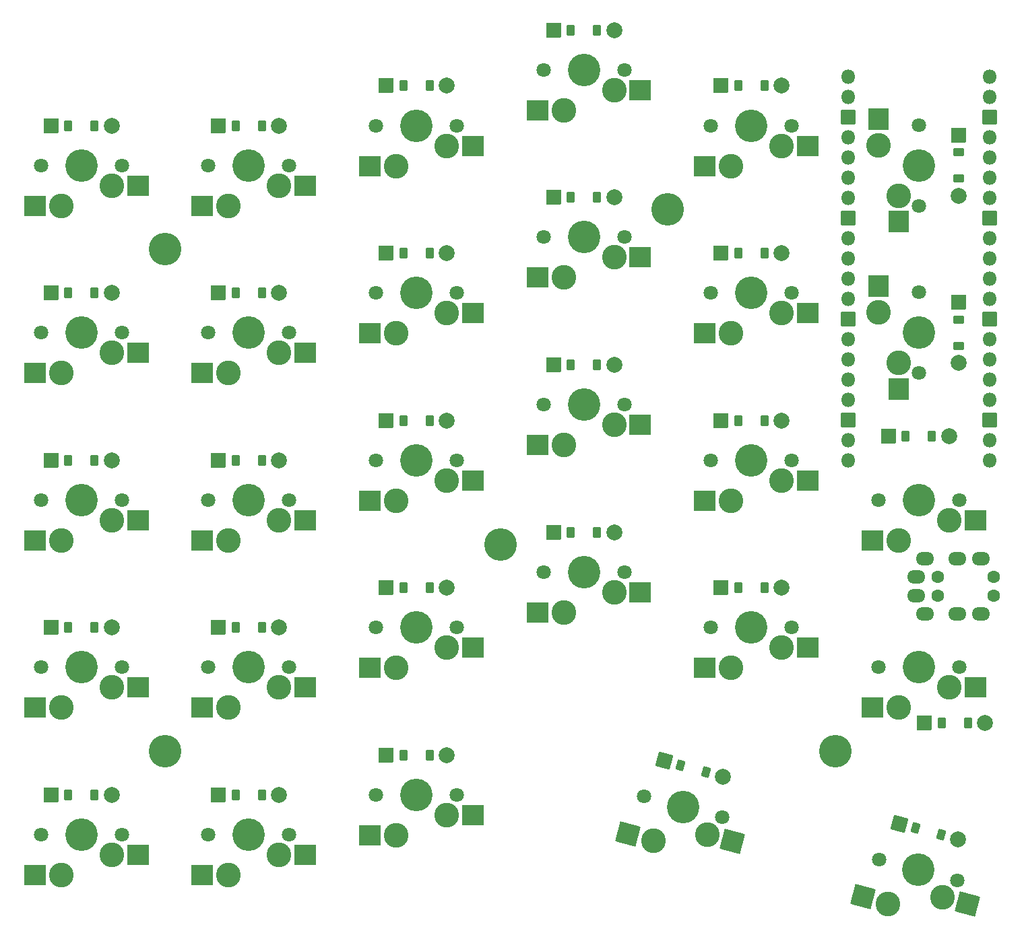
<source format=gbr>
%TF.GenerationSoftware,KiCad,Pcbnew,9.0.3-1.fc42*%
%TF.CreationDate,2025-08-09T15:12:39+02:00*%
%TF.ProjectId,left_traced,6c656674-5f74-4726-9163-65642e6b6963,v1.0.0*%
%TF.SameCoordinates,Original*%
%TF.FileFunction,Soldermask,Bot*%
%TF.FilePolarity,Negative*%
%FSLAX46Y46*%
G04 Gerber Fmt 4.6, Leading zero omitted, Abs format (unit mm)*
G04 Created by KiCad (PCBNEW 9.0.3-1.fc42) date 2025-08-09 15:12:39*
%MOMM*%
%LPD*%
G01*
G04 APERTURE LIST*
G04 Aperture macros list*
%AMRoundRect*
0 Rectangle with rounded corners*
0 $1 Rounding radius*
0 $2 $3 $4 $5 $6 $7 $8 $9 X,Y pos of 4 corners*
0 Add a 4 corners polygon primitive as box body*
4,1,4,$2,$3,$4,$5,$6,$7,$8,$9,$2,$3,0*
0 Add four circle primitives for the rounded corners*
1,1,$1+$1,$2,$3*
1,1,$1+$1,$4,$5*
1,1,$1+$1,$6,$7*
1,1,$1+$1,$8,$9*
0 Add four rect primitives between the rounded corners*
20,1,$1+$1,$2,$3,$4,$5,0*
20,1,$1+$1,$4,$5,$6,$7,0*
20,1,$1+$1,$6,$7,$8,$9,0*
20,1,$1+$1,$8,$9,$2,$3,0*%
G04 Aperture macros list end*
%ADD10C,1.801800*%
%ADD11C,3.100000*%
%ADD12C,4.087800*%
%ADD13RoundRect,0.050000X1.275000X1.250000X-1.275000X1.250000X-1.275000X-1.250000X1.275000X-1.250000X0*%
%ADD14RoundRect,0.050000X-0.889000X-0.889000X0.889000X-0.889000X0.889000X0.889000X-0.889000X0.889000X0*%
%ADD15RoundRect,0.050000X-0.450000X-0.600000X0.450000X-0.600000X0.450000X0.600000X-0.450000X0.600000X0*%
%ADD16C,2.005000*%
%ADD17RoundRect,0.050000X-1.088798X-0.628618X0.628618X-1.088798X1.088798X0.628618X-0.628618X1.088798X0*%
%ADD18RoundRect,0.050000X-0.589958X-0.463087X0.279375X-0.696024X0.589958X0.463087X-0.279375X0.696024X0*%
%ADD19C,4.100000*%
%ADD20C,1.600000*%
%ADD21O,2.300000X1.700000*%
%ADD22RoundRect,0.050000X-0.889000X0.889000X-0.889000X-0.889000X0.889000X-0.889000X0.889000X0.889000X0*%
%ADD23RoundRect,0.050000X-0.600000X0.450000X-0.600000X-0.450000X0.600000X-0.450000X0.600000X0.450000X0*%
%ADD24RoundRect,0.050000X1.250000X-1.275000X1.250000X1.275000X-1.250000X1.275000X-1.250000X-1.275000X0*%
%ADD25RoundRect,0.050000X1.555079X0.877413X-0.908032X1.537402X-1.555079X-0.877413X0.908032X-1.537402X0*%
%ADD26O,1.800000X1.800000*%
%ADD27RoundRect,0.050000X-0.850000X-0.850000X0.850000X-0.850000X0.850000X0.850000X-0.850000X0.850000X0*%
G04 APERTURE END LIST*
D10*
%TO.C,S24*%
X102430000Y-136850000D03*
D11*
X101160000Y-139390000D03*
D12*
X97350000Y-136850000D03*
D11*
X94810000Y-141930000D03*
D10*
X92270000Y-136850000D03*
D13*
X104435000Y-139390000D03*
X91508000Y-141930000D03*
%TD*%
D14*
%TO.C,D22*%
X93540000Y-131850000D03*
D15*
X95700000Y-131850000D03*
X99000000Y-131850000D03*
D16*
X101160000Y-131850000D03*
%TD*%
D14*
%TO.C,D8*%
X156690000Y-98800000D03*
D15*
X158850000Y-98800000D03*
X162150000Y-98800000D03*
D16*
X164310000Y-98800000D03*
%TD*%
D10*
%TO.C,S18*%
X123480000Y-157900000D03*
D11*
X122210000Y-160440000D03*
D12*
X118400000Y-157900000D03*
D11*
X115860000Y-162980000D03*
D10*
X113320000Y-157900000D03*
D13*
X125485000Y-160440000D03*
X112558000Y-162980000D03*
%TD*%
D14*
%TO.C,D18*%
X114590000Y-110800000D03*
D15*
X116750000Y-110800000D03*
X120050000Y-110800000D03*
D16*
X122210000Y-110800000D03*
%TD*%
D14*
%TO.C,D10*%
X135640000Y-168950000D03*
D15*
X137800000Y-168950000D03*
X141100000Y-168950000D03*
D16*
X143260000Y-168950000D03*
%TD*%
D17*
%TO.C,D25*%
X170585736Y-190700877D03*
D18*
X172672135Y-191259929D03*
X175859691Y-192114029D03*
D16*
X177946090Y-192673081D03*
%TD*%
D19*
%TO.C,*%
X107875000Y-189475000D03*
%TD*%
D14*
%TO.C,D12*%
X135640000Y-126850000D03*
D15*
X137800000Y-126850000D03*
X141100000Y-126850000D03*
D16*
X143260000Y-126850000D03*
%TD*%
D14*
%TO.C,D14*%
X114590000Y-195000000D03*
D15*
X116750000Y-195000000D03*
X120050000Y-195000000D03*
D16*
X122210000Y-195000000D03*
%TD*%
D10*
%TO.C,S1*%
X207680000Y-178950000D03*
D11*
X206410000Y-181490000D03*
D12*
X202600000Y-178950000D03*
D11*
X200060000Y-184030000D03*
D10*
X197520000Y-178950000D03*
D13*
X209685000Y-181490000D03*
X196758000Y-184030000D03*
%TD*%
D14*
%TO.C,D6*%
X156690000Y-140900000D03*
D15*
X158850000Y-140900000D03*
X162150000Y-140900000D03*
D16*
X164310000Y-140900000D03*
%TD*%
D14*
%TO.C,D19*%
X93540000Y-195000000D03*
D15*
X95700000Y-195000000D03*
X99000000Y-195000000D03*
D16*
X101160000Y-195000000D03*
%TD*%
D14*
%TO.C,D16*%
X114590000Y-152900000D03*
D15*
X116750000Y-152900000D03*
X120050000Y-152900000D03*
D16*
X122210000Y-152900000D03*
%TD*%
D14*
%TO.C,D20*%
X93540000Y-173950000D03*
D15*
X95700000Y-173950000D03*
X99000000Y-173950000D03*
D16*
X101160000Y-173950000D03*
%TD*%
D17*
%TO.C,D24*%
X200118918Y-198614269D03*
D18*
X202205317Y-199173321D03*
X205392873Y-200027421D03*
D16*
X207479272Y-200586473D03*
%TD*%
D10*
%TO.C,S9*%
X165580000Y-124850000D03*
D11*
X164310000Y-127390000D03*
D12*
X160500000Y-124850000D03*
D11*
X157960000Y-129930000D03*
D10*
X155420000Y-124850000D03*
D13*
X167585000Y-127390000D03*
X154658000Y-129930000D03*
%TD*%
D10*
%TO.C,S17*%
X123480000Y-178950000D03*
D11*
X122210000Y-181490000D03*
D12*
X118400000Y-178950000D03*
D11*
X115860000Y-184030000D03*
D10*
X113320000Y-178950000D03*
D13*
X125485000Y-181490000D03*
X112558000Y-184030000D03*
%TD*%
D14*
%TO.C,D29*%
X203290000Y-185950000D03*
D15*
X205450000Y-185950000D03*
X208750000Y-185950000D03*
D16*
X210910000Y-185950000D03*
%TD*%
D10*
%TO.C,S4*%
X186630000Y-152900000D03*
D11*
X185360000Y-155440000D03*
D12*
X181550000Y-152900000D03*
D11*
X179010000Y-157980000D03*
D10*
X176470000Y-152900000D03*
D13*
X188635000Y-155440000D03*
X175708000Y-157980000D03*
%TD*%
D10*
%TO.C,S3*%
X186630000Y-173950000D03*
D11*
X185360000Y-176490000D03*
D12*
X181550000Y-173950000D03*
D11*
X179010000Y-179030000D03*
D10*
X176470000Y-173950000D03*
D13*
X188635000Y-176490000D03*
X175708000Y-179030000D03*
%TD*%
D14*
%TO.C,D21*%
X93540000Y-152900000D03*
D15*
X95700000Y-152900000D03*
X99000000Y-152900000D03*
D16*
X101160000Y-152900000D03*
%TD*%
D20*
%TO.C,TRRS1*%
X212000000Y-167600000D03*
X205000000Y-167600000D03*
X212000000Y-169900000D03*
X205000000Y-169900000D03*
D21*
X202300000Y-167600000D03*
X202300000Y-169900000D03*
X203400000Y-165300000D03*
X203400000Y-172200000D03*
X207400000Y-165300000D03*
X207400000Y-172200000D03*
X210400000Y-165300000D03*
X210400000Y-172200000D03*
%TD*%
D14*
%TO.C,D28*%
X198790000Y-149900000D03*
D15*
X200950000Y-149900000D03*
X204250000Y-149900000D03*
D16*
X206410000Y-149900000D03*
%TD*%
D14*
%TO.C,D3*%
X177740000Y-126850000D03*
D15*
X179900000Y-126850000D03*
X183200000Y-126850000D03*
D16*
X185360000Y-126850000D03*
%TD*%
D10*
%TO.C,S15*%
X144530000Y-110800000D03*
D11*
X143260000Y-113340000D03*
D12*
X139450000Y-110800000D03*
D11*
X136910000Y-115880000D03*
D10*
X134370000Y-110800000D03*
D13*
X146535000Y-113340000D03*
X133608000Y-115880000D03*
%TD*%
D10*
%TO.C,S11*%
X144530000Y-195000000D03*
D11*
X143260000Y-197540000D03*
D12*
X139450000Y-195000000D03*
D11*
X136910000Y-200080000D03*
D10*
X134370000Y-195000000D03*
D13*
X146535000Y-197540000D03*
X133608000Y-200080000D03*
%TD*%
D14*
%TO.C,D11*%
X135640000Y-147900000D03*
D15*
X137800000Y-147900000D03*
X141100000Y-147900000D03*
D16*
X143260000Y-147900000D03*
%TD*%
D10*
%TO.C,S22*%
X102430000Y-178950000D03*
D11*
X101160000Y-181490000D03*
D12*
X97350000Y-178950000D03*
D11*
X94810000Y-184030000D03*
D10*
X92270000Y-178950000D03*
D13*
X104435000Y-181490000D03*
X91508000Y-184030000D03*
%TD*%
D22*
%TO.C,D26*%
X207600000Y-133040000D03*
D23*
X207600000Y-135200000D03*
X207600000Y-138500000D03*
D16*
X207600000Y-140660000D03*
%TD*%
D14*
%TO.C,D15*%
X114590000Y-173950000D03*
D15*
X116750000Y-173950000D03*
X120050000Y-173950000D03*
D16*
X122210000Y-173950000D03*
%TD*%
D10*
%TO.C,S12*%
X144530000Y-173950000D03*
D11*
X143260000Y-176490000D03*
D12*
X139450000Y-173950000D03*
D11*
X136910000Y-179030000D03*
D10*
X134370000Y-173950000D03*
D13*
X146535000Y-176490000D03*
X133608000Y-179030000D03*
%TD*%
D19*
%TO.C,*%
X192075000Y-189475000D03*
%TD*%
D14*
%TO.C,D13*%
X135640000Y-105800000D03*
D15*
X137800000Y-105800000D03*
X141100000Y-105800000D03*
D16*
X143260000Y-105800000D03*
%TD*%
D10*
%TO.C,S29*%
X202600000Y-120880000D03*
D11*
X200060000Y-119610000D03*
D12*
X202600000Y-115800000D03*
D11*
X197520000Y-113260000D03*
D10*
X202600000Y-110720000D03*
D24*
X200060000Y-122885000D03*
X197520000Y-109958000D03*
%TD*%
D10*
%TO.C,S21*%
X102430000Y-200000000D03*
D11*
X101160000Y-202540000D03*
D12*
X97350000Y-200000000D03*
D11*
X94810000Y-205080000D03*
D10*
X92270000Y-200000000D03*
D13*
X104435000Y-202540000D03*
X91508000Y-205080000D03*
%TD*%
D10*
%TO.C,S14*%
X144530000Y-131850000D03*
D11*
X143260000Y-134390000D03*
D12*
X139450000Y-131850000D03*
D11*
X136910000Y-136930000D03*
D10*
X134370000Y-131850000D03*
D13*
X146535000Y-134390000D03*
X133608000Y-136930000D03*
%TD*%
D10*
%TO.C,S16*%
X123480000Y-200000000D03*
D11*
X122210000Y-202540000D03*
D12*
X118400000Y-200000000D03*
D11*
X115860000Y-205080000D03*
D10*
X113320000Y-200000000D03*
D13*
X125485000Y-202540000D03*
X112558000Y-205080000D03*
%TD*%
D10*
%TO.C,S25*%
X102430000Y-115800000D03*
D11*
X101160000Y-118340000D03*
D12*
X97350000Y-115800000D03*
D11*
X94810000Y-120880000D03*
D10*
X92270000Y-115800000D03*
D13*
X104435000Y-118340000D03*
X91508000Y-120880000D03*
%TD*%
D10*
%TO.C,S8*%
X165580000Y-145900000D03*
D11*
X164310000Y-148440000D03*
D12*
X160500000Y-145900000D03*
D11*
X157960000Y-150980000D03*
D10*
X155420000Y-145900000D03*
D13*
X167585000Y-148440000D03*
X154658000Y-150980000D03*
%TD*%
D14*
%TO.C,D9*%
X135640000Y-190000000D03*
D15*
X137800000Y-190000000D03*
X141100000Y-190000000D03*
D16*
X143260000Y-190000000D03*
%TD*%
D14*
%TO.C,D17*%
X114590000Y-131850000D03*
D15*
X116750000Y-131850000D03*
X120050000Y-131850000D03*
D16*
X122210000Y-131850000D03*
%TD*%
D10*
%TO.C,S2*%
X207680000Y-157900000D03*
D11*
X206410000Y-160440000D03*
D12*
X202600000Y-157900000D03*
D11*
X200060000Y-162980000D03*
D10*
X197520000Y-157900000D03*
D13*
X209685000Y-160440000D03*
X196758000Y-162980000D03*
%TD*%
D14*
%TO.C,D2*%
X177740000Y-147900000D03*
D15*
X179900000Y-147900000D03*
X183200000Y-147900000D03*
D16*
X185360000Y-147900000D03*
%TD*%
D10*
%TO.C,S5*%
X186630000Y-131850000D03*
D11*
X185360000Y-134390000D03*
D12*
X181550000Y-131850000D03*
D11*
X179010000Y-136930000D03*
D10*
X176470000Y-131850000D03*
D13*
X188635000Y-134390000D03*
X175708000Y-136930000D03*
%TD*%
D10*
%TO.C,S27*%
X177878721Y-197831409D03*
D11*
X175994595Y-199956160D03*
D12*
X172971818Y-196516608D03*
D11*
X169203566Y-200766111D03*
D10*
X168064915Y-195201807D03*
D25*
X179158002Y-200803793D03*
X166014079Y-199911490D03*
%TD*%
D19*
%TO.C,*%
X150000000Y-163500000D03*
%TD*%
D10*
%TO.C,S23*%
X102430000Y-157900000D03*
D11*
X101160000Y-160440000D03*
D12*
X97350000Y-157900000D03*
D11*
X94810000Y-162980000D03*
D10*
X92270000Y-157900000D03*
D13*
X104435000Y-160440000D03*
X91508000Y-162980000D03*
%TD*%
D14*
%TO.C,D4*%
X177740000Y-105800000D03*
D15*
X179900000Y-105800000D03*
X183200000Y-105800000D03*
D16*
X185360000Y-105800000D03*
%TD*%
D10*
%TO.C,S19*%
X123480000Y-136850000D03*
D11*
X122210000Y-139390000D03*
D12*
X118400000Y-136850000D03*
D11*
X115860000Y-141930000D03*
D10*
X113320000Y-136850000D03*
D13*
X125485000Y-139390000D03*
X112558000Y-141930000D03*
%TD*%
D26*
%TO.C,_1*%
X211490000Y-104670000D03*
X211490000Y-107210000D03*
D27*
X211490000Y-109750000D03*
D26*
X211490000Y-112290000D03*
X211490000Y-114830000D03*
X211490000Y-117370000D03*
X211490000Y-119910000D03*
D27*
X211490000Y-122450000D03*
D26*
X211490000Y-124990000D03*
X211490000Y-127530000D03*
X211490000Y-130070000D03*
X211490000Y-132610000D03*
D27*
X211490000Y-135150000D03*
D26*
X211490000Y-137690000D03*
X211490000Y-140230000D03*
X211490000Y-142770000D03*
X211490000Y-145310000D03*
D27*
X211490000Y-147850000D03*
D26*
X211490000Y-150390000D03*
X211490000Y-152930000D03*
X193710000Y-152930000D03*
X193710000Y-150390000D03*
D27*
X193710000Y-147850000D03*
D26*
X193710000Y-145310000D03*
X193710000Y-142770000D03*
X193710000Y-140230000D03*
X193710000Y-137690000D03*
D27*
X193710000Y-135150000D03*
D26*
X193710000Y-132610000D03*
X193710000Y-130070000D03*
X193710000Y-127530000D03*
X193710000Y-124990000D03*
D27*
X193710000Y-122450000D03*
D26*
X193710000Y-119910000D03*
X193710000Y-117370000D03*
X193710000Y-114830000D03*
X193710000Y-112290000D03*
D27*
X193710000Y-109750000D03*
D26*
X193710000Y-107210000D03*
X193710000Y-104670000D03*
%TD*%
D22*
%TO.C,D27*%
X207600000Y-111990000D03*
D23*
X207600000Y-114150000D03*
X207600000Y-117450000D03*
D16*
X207600000Y-119610000D03*
%TD*%
D10*
%TO.C,S6*%
X186630000Y-110800000D03*
D11*
X185360000Y-113340000D03*
D12*
X181550000Y-110800000D03*
D11*
X179010000Y-115880000D03*
D10*
X176470000Y-110800000D03*
D13*
X188635000Y-113340000D03*
X175708000Y-115880000D03*
%TD*%
D14*
%TO.C,D7*%
X156690000Y-119850000D03*
D15*
X158850000Y-119850000D03*
X162150000Y-119850000D03*
D16*
X164310000Y-119850000D03*
%TD*%
D10*
%TO.C,S28*%
X202600000Y-141930000D03*
D11*
X200060000Y-140660000D03*
D12*
X202600000Y-136850000D03*
D11*
X197520000Y-134310000D03*
D10*
X202600000Y-131770000D03*
D24*
X200060000Y-143935000D03*
X197520000Y-131008000D03*
%TD*%
D19*
%TO.C,*%
X107875000Y-126325000D03*
%TD*%
D10*
%TO.C,S10*%
X165580000Y-103800000D03*
D11*
X164310000Y-106340000D03*
D12*
X160500000Y-103800000D03*
D11*
X157960000Y-108880000D03*
D10*
X155420000Y-103800000D03*
D13*
X167585000Y-106340000D03*
X154658000Y-108880000D03*
%TD*%
D10*
%TO.C,S20*%
X123480000Y-115800000D03*
D11*
X122210000Y-118340000D03*
D12*
X118400000Y-115800000D03*
D11*
X115860000Y-120880000D03*
D10*
X113320000Y-115800000D03*
D13*
X125485000Y-118340000D03*
X112558000Y-120880000D03*
%TD*%
D14*
%TO.C,D5*%
X156690000Y-161950000D03*
D15*
X158850000Y-161950000D03*
X162150000Y-161950000D03*
D16*
X164310000Y-161950000D03*
%TD*%
D10*
%TO.C,S13*%
X144530000Y-152900000D03*
D11*
X143260000Y-155440000D03*
D12*
X139450000Y-152900000D03*
D11*
X136910000Y-157980000D03*
D10*
X134370000Y-152900000D03*
D13*
X146535000Y-155440000D03*
X133608000Y-157980000D03*
%TD*%
D10*
%TO.C,S7*%
X165580000Y-166950000D03*
D11*
X164310000Y-169490000D03*
D12*
X160500000Y-166950000D03*
D11*
X157960000Y-172030000D03*
D10*
X155420000Y-166950000D03*
D13*
X167585000Y-169490000D03*
X154658000Y-172030000D03*
%TD*%
D14*
%TO.C,D23*%
X93540000Y-110800000D03*
D15*
X95700000Y-110800000D03*
X99000000Y-110800000D03*
D16*
X101160000Y-110800000D03*
%TD*%
D14*
%TO.C,D1*%
X177740000Y-168950000D03*
D15*
X179900000Y-168950000D03*
X183200000Y-168950000D03*
D16*
X185360000Y-168950000D03*
%TD*%
D19*
%TO.C,*%
X171025000Y-121325000D03*
%TD*%
D10*
%TO.C,S26*%
X207411903Y-205744801D03*
D11*
X205527777Y-207869552D03*
D12*
X202505000Y-204430000D03*
D11*
X198736748Y-208679503D03*
D10*
X197598097Y-203115199D03*
D25*
X208691184Y-208717185D03*
X195547261Y-207824882D03*
%TD*%
M02*

</source>
